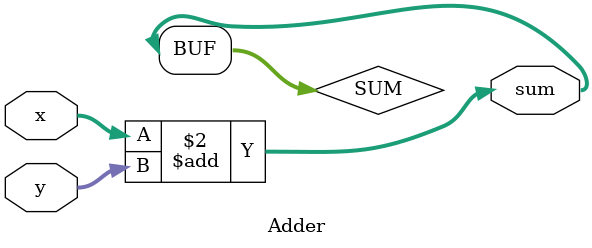
<source format=v>
module Adder(x,y,sum);

output [15:0] sum;
input [15:0]x,y;
reg [15:0]SUM;

always@(x,y)
begin 
	SUM = x+y;
end

assign sum= SUM;
endmodule

	



</source>
